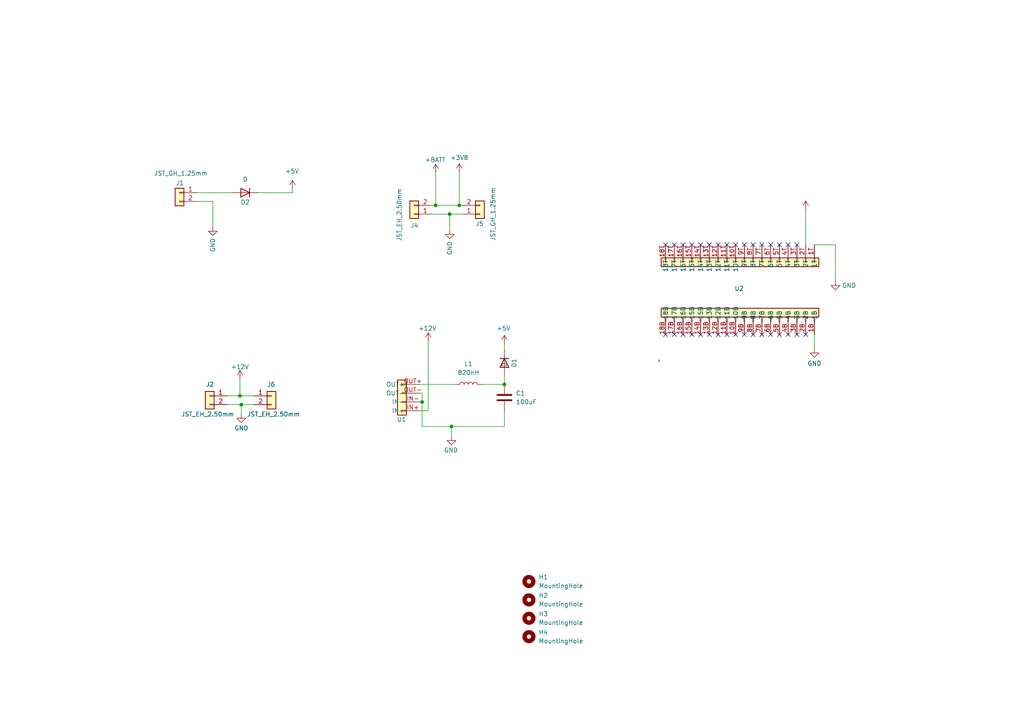
<source format=kicad_sch>
(kicad_sch (version 20230121) (generator eeschema)
  (paper "A4")
  (lib_symbols
    (symbol "Connector_Generic:Conn_01x02" (pin_names (offset 1.016) hide)
      (property "Reference" "J" (at 0 2.54 0))
      (property "Value" "Conn_01x02" (at 0 -5.08 0))
      (symbol "Conn_01x02_1_1"
        (rectangle (start -1.27 -2.413) (end 0 -2.667) (stroke (width 0.1524)))
        (rectangle (start -1.27 0.127) (end 0 -0.127) (stroke (width 0.1524)))
        (rectangle (start -1.27 1.27) (end 1.27 -3.81) (stroke (width 0.254)) (fill (type background)))
        (pin passive line (at -5.08 0 0) (length 3.81) (name "Pin_1") (number "1"))
        (pin passive line (at -5.08 -2.54 0) (length 3.81) (name "Pin_2") (number "2"))
      )
    )
    (symbol "Device:C" (pin_numbers hide) (pin_names (offset 0.254))
      (property "Reference" "C" (at 0.635 2.54 0))
      (property "Value" "C" (at 0.635 -2.54 0))
      (symbol "C_0_1"
        (polyline (pts (xy -2.032 -0.762) (xy 2.032 -0.762)) (stroke (width 0.508)))
        (polyline (pts (xy -2.032 0.762) (xy 2.032 0.762)) (stroke (width 0.508)))
      )
      (symbol "C_1_1"
        (pin passive line (at 0 3.81 270) (length 2.794) (name "~") (number "1"))
        (pin passive line (at 0 -3.81 90) (length 2.794) (name "~") (number "2"))
      )
    )
    (symbol "Device:D" (pin_numbers hide) (pin_names (offset 1.016) hide)
      (property "Reference" "D" (at 0 2.54 0))
      (property "Value" "D" (at 0 -2.54 0))
      (symbol "D_0_1"
        (polyline (pts (xy -1.27 1.27) (xy -1.27 -1.27)) (stroke (width 0.254)))
        (polyline (pts (xy 1.27 0) (xy -1.27 0)))
        (polyline (pts (xy 1.27 1.27) (xy 1.27 -1.27) (xy -1.27 0) (xy 1.27 1.27)) (stroke (width 0.254)))
      )
      (symbol "D_1_1"
        (pin passive line (at -3.81 0 0) (length 2.54) (name "K") (number "1"))
        (pin passive line (at 3.81 0 180) (length 2.54) (name "A") (number "2"))
      )
    )
    (symbol "Device:L" (pin_numbers hide) (pin_names (offset 1.016) hide)
      (property "Reference" "L" (at -1.27 0 90))
      (property "Value" "L" (at 1.905 0 90))
      (symbol "L_0_1"
        (arc (start 0 -2.54) (mid 0.6323 -1.905) (end 0 -1.27))
        (arc (start 0 -1.27) (mid 0.6323 -0.635) (end 0 0))
        (arc (start 0 0) (mid 0.6323 0.635) (end 0 1.27))
        (arc (start 0 1.27) (mid 0.6323 1.905) (end 0 2.54))
      )
      (symbol "L_1_1"
        (pin passive line (at 0 3.81 270) (length 1.27) (name "1") (number "1"))
        (pin passive line (at 0 -3.81 90) (length 1.27) (name "2") (number "2"))
      )
    )
    (symbol "Heltect_LoRa_32_1"
      (property "Reference" "U" (at 0 0 0))
      (symbol "Heltect_LoRa_32_1_1_1"
        (rectangle (start -9.525 38.608) (end -8.255 38.862) (stroke (width 0.1524)))
        (rectangle (start -9.525 43.688) (end -8.255 43.942) (stroke (width 0.1524)))
        (rectangle (start -8.255 3.302) (end -9.525 3.048) (stroke (width 0.1524)))
        (rectangle (start -8.255 5.842) (end -9.525 5.588) (stroke (width 0.1524)))
        (rectangle (start -8.255 8.382) (end -9.525 8.128) (stroke (width 0.1524)))
        (rectangle (start -8.255 10.922) (end -9.525 10.668) (stroke (width 0.1524)))
        (rectangle (start -8.255 13.462) (end -9.525 13.208) (stroke (width 0.1524)))
        (rectangle (start -8.255 16.002) (end -9.525 15.748) (stroke (width 0.1524)))
        (rectangle (start -8.255 18.542) (end -9.525 18.288) (stroke (width 0.1524)))
        (rectangle (start -8.255 21.082) (end -9.525 20.828) (stroke (width 0.1524)))
        (rectangle (start -8.255 23.622) (end -9.525 23.368) (stroke (width 0.1524)))
        (rectangle (start -8.255 26.162) (end -9.525 25.908) (stroke (width 0.1524)))
        (rectangle (start -8.255 28.702) (end -9.525 28.448) (stroke (width 0.1524)))
        (rectangle (start -8.255 31.242) (end -9.525 30.988) (stroke (width 0.1524)))
        (rectangle (start -8.255 33.782) (end -9.525 33.528) (stroke (width 0.1524)))
        (rectangle (start -8.255 36.322) (end -9.525 36.068) (stroke (width 0.1524)))
        (rectangle (start -8.255 41.402) (end -9.525 41.148) (stroke (width 0.1524)))
        (rectangle (start -8.255 46.482) (end -9.525 46.228) (stroke (width 0.1524)))
        (rectangle (start -8.255 47.625) (end -5.715 1.905) (stroke (width 0.254)) (fill (type background)))
        (rectangle (start 7.62 18.542) (end 8.89 18.288) (stroke (width 0.1524)))
        (rectangle (start 8.89 1.905) (end 6.35 47.625) (stroke (width 0.254)) (fill (type background)))
        (rectangle (start 8.89 3.048) (end 7.62 3.302) (stroke (width 0.1524)))
        (rectangle (start 8.89 5.588) (end 7.62 5.842) (stroke (width 0.1524)))
        (rectangle (start 8.89 8.128) (end 7.62 8.382) (stroke (width 0.1524)))
        (rectangle (start 8.89 10.668) (end 7.62 10.922) (stroke (width 0.1524)))
        (rectangle (start 8.89 13.208) (end 7.62 13.462) (stroke (width 0.1524)))
        (rectangle (start 8.89 15.748) (end 7.62 16.002) (stroke (width 0.1524)))
        (rectangle (start 8.89 20.828) (end 7.62 21.082) (stroke (width 0.1524)))
        (rectangle (start 8.89 23.368) (end 7.62 23.622) (stroke (width 0.1524)))
        (rectangle (start 8.89 25.908) (end 7.62 26.162) (stroke (width 0.1524)))
        (rectangle (start 8.89 28.448) (end 7.62 28.702) (stroke (width 0.1524)))
        (rectangle (start 8.89 30.988) (end 7.62 31.242) (stroke (width 0.1524)))
        (rectangle (start 8.89 33.528) (end 7.62 33.782) (stroke (width 0.1524)))
        (rectangle (start 8.89 36.068) (end 7.62 36.322) (stroke (width 0.1524)))
        (rectangle (start 8.89 38.608) (end 7.62 38.862) (stroke (width 0.1524)))
        (rectangle (start 8.89 41.148) (end 7.62 41.402) (stroke (width 0.1524)))
        (rectangle (start 8.89 43.688) (end 7.62 43.942) (stroke (width 0.1524)))
        (rectangle (start 8.89 46.228) (end 7.62 46.482) (stroke (width 0.1524)))
        (pin passive line (at -13.335 26.035 0) (length 3.81) (name "10B") (number "10B"))
        (pin passive line (at 12.7 26.035 180) (length 3.81) (name "10T") (number "10T"))
        (pin passive line (at -13.335 28.575 0) (length 3.81) (name "11B") (number "11B"))
        (pin passive line (at 12.7 28.575 180) (length 3.81) (name "11T") (number "11T"))
        (pin passive line (at -13.335 31.115 0) (length 3.81) (name "12B") (number "12B"))
        (pin passive line (at 12.7 31.115 180) (length 3.81) (name "12T") (number "12T"))
        (pin passive line (at -13.335 33.655 0) (length 3.81) (name "13B") (number "13B"))
        (pin passive line (at 12.7 33.655 180) (length 3.81) (name "13T") (number "13T"))
        (pin passive line (at -13.335 36.195 0) (length 3.81) (name "15B") (number "14B"))
        (pin passive line (at 12.7 36.195 180) (length 3.81) (name "14T") (number "14T"))
        (pin passive line (at -13.335 38.735 0) (length 3.81) (name "15B") (number "15B"))
        (pin passive line (at 12.7 38.735 180) (length 3.81) (name "15T") (number "15T"))
        (pin passive line (at -13.335 41.275 0) (length 3.81) (name "16B") (number "16B"))
        (pin passive line (at 12.7 41.275 180) (length 3.81) (name "16T") (number "16T"))
        (pin passive line (at -13.335 43.815 0) (length 3.81) (name "17B") (number "17B"))
        (pin passive line (at 12.7 43.815 180) (length 3.81) (name "17T") (number "17T"))
        (pin passive line (at -13.335 46.355 0) (length 3.81) (name "18B") (number "18B"))
        (pin passive line (at 12.7 46.355 180) (length 3.81) (name "18T") (number "18T"))
        (pin passive line (at -13.335 3.175 0) (length 3.81) (name "1B") (number "1B"))
        (pin passive line (at 12.7 3.175 180) (length 3.81) (name "1T") (number "1T"))
        (pin passive line (at -13.335 5.715 0) (length 3.81) (name "2B") (number "2B"))
        (pin passive line (at 12.7 5.715 180) (length 3.81) (name "2T") (number "2T"))
        (pin passive line (at -13.335 8.255 0) (length 3.81) (name "3B") (number "3B"))
        (pin passive line (at 12.7 8.255 180) (length 3.81) (name "3T") (number "3T"))
        (pin passive line (at -13.335 10.795 0) (length 3.81) (name "4B") (number "4B"))
        (pin passive line (at 12.7 10.795 180) (length 3.81) (name "4T") (number "4T"))
        (pin passive line (at -13.335 13.335 0) (length 3.81) (name "5B") (number "5B"))
        (pin passive line (at 12.7 13.335 180) (length 3.81) (name "5T") (number "5T"))
        (pin passive line (at -13.335 15.875 0) (length 3.81) (name "6B") (number "6B"))
        (pin passive line (at 12.7 15.875 180) (length 3.81) (name "6T") (number "6T"))
        (pin passive line (at -13.335 18.415 0) (length 3.81) (name "7B") (number "7B"))
        (pin passive line (at 12.7 18.415 180) (length 3.81) (name "7T") (number "7T"))
        (pin passive line (at -13.335 20.955 0) (length 3.81) (name "8B") (number "8B"))
        (pin passive line (at 12.7 20.955 180) (length 3.81) (name "8T") (number "8T"))
        (pin passive line (at -13.335 23.495 0) (length 3.81) (name "9B") (number "9B"))
        (pin passive line (at 12.7 23.495 180) (length 3.81) (name "9T") (number "9T"))
      )
    )
    (symbol "Mechanical:MountingHole" (pin_names (offset 1.016))
      (property "Reference" "H" (at 0 5.08 0))
      (property "Value" "MountingHole" (at 0 3.175 0))
      (symbol "MountingHole_0_1"
        (circle (center 0 0) (radius 1.27) (stroke (width 1.27)))
      )
    )
    (symbol "m0jks:LM2496_DC-DC_HW-411"
      (property "Reference" "U3" (at 4.699 0 0))
      (property "Value" "~" (at 0 0 0))
      (symbol "LM2496_DC-DC_HW-411_1_1"
        (rectangle (start 1.27 -3.683) (end 2.54 -3.937) (stroke (width 0.1524)))
        (rectangle (start 1.27 -1.143) (end 2.54 -1.397) (stroke (width 0.1524)))
        (rectangle (start 1.27 1.397) (end 2.54 1.143) (stroke (width 0.1524)))
        (rectangle (start 1.27 3.937) (end 2.54 3.683) (stroke (width 0.1524)))
        (rectangle (start 1.27 5.08) (end 3.81 -5.08) (stroke (width 0.254)) (fill (type background)))
        (pin passive line (at -2.54 3.81 0) (length 3.81) (name "IN+") (number "IN+"))
        (pin passive line (at -2.54 1.27 0) (length 3.81) (name "IN-") (number "IN-"))
        (pin passive line (at -2.54 -3.81 0) (length 3.81) (name "OUT+") (number "OUT+"))
        (pin passive line (at -2.54 -1.27 0) (length 3.81) (name "OUT-") (number "OUT-"))
      )
    )
    (symbol "power:+12V" (power) (pin_names (offset 0))
      (property "Value" "+12V" (at 0 3.556 0))
      (symbol "+12V_0_1"
        (polyline (pts (xy -0.762 1.27) (xy 0 2.54)))
        (polyline (pts (xy 0 0) (xy 0 2.54)))
        (polyline (pts (xy 0 2.54) (xy 0.762 1.27)))
      )
      (symbol "+12V_1_1"
        (pin power_in line (at 0 0 90) (length 0) hide (name "+12V") (number "1"))
      )
    )
    (symbol "power:+3V8" (power) (pin_names (offset 0))
      (property "Value" "+3V8" (at 0 3.556 0))
      (symbol "+3V8_0_1"
        (polyline (pts (xy -0.762 1.27) (xy 0 2.54)))
        (polyline (pts (xy 0 0) (xy 0 2.54)))
        (polyline (pts (xy 0 2.54) (xy 0.762 1.27)))
      )
      (symbol "+3V8_1_1"
        (pin power_in line (at 0 0 90) (length 0) hide (name "+3V8") (number "1"))
      )
    )
    (symbol "power:+5V" (power) (pin_names (offset 0))
      (property "Value" "+5V" (at 0 3.556 0))
      (symbol "+5V_0_1"
        (polyline (pts (xy -0.762 1.27) (xy 0 2.54)))
        (polyline (pts (xy 0 0) (xy 0 2.54)))
        (polyline (pts (xy 0 2.54) (xy 0.762 1.27)))
      )
      (symbol "+5V_1_1"
        (pin power_in line (at 0 0 90) (length 0) hide (name "+5V") (number "1"))
      )
    )
    (symbol "power:+BATT" (power) (pin_names (offset 0))
      (property "Value" "+BATT" (at 0 3.556 0))
      (symbol "+BATT_0_1"
        (polyline (pts (xy -0.762 1.27) (xy 0 2.54)))
        (polyline (pts (xy 0 0) (xy 0 2.54)))
        (polyline (pts (xy 0 2.54) (xy 0.762 1.27)))
      )
      (symbol "+BATT_1_1"
        (pin power_in line (at 0 0 90) (length 0) hide (name "+BATT") (number "1"))
      )
    )
    (symbol "power:GND" (power) (pin_names (offset 0))
      (property "Value" "GND" (at 0 -3.81 0))
      (symbol "GND_0_1"
        (polyline (pts (xy 0 0) (xy 0 -1.27) (xy 1.27 -1.27) (xy 0 -2.54) (xy -1.27 -1.27) (xy 0 -1.27)))
      )
      (symbol "GND_1_1"
        (pin power_in line (at 0 0 270) (length 0) hide (name "GND") (number "1"))
      )
    )
  )
  (junction (at 130.937 123.698))
  (junction (at 146.304 111.506))
  (junction (at 69.977 117.348))
  (junction (at 122.428 116.586))
  (junction (at 126.365 59.563))
  (junction (at 130.429 62.103))
  (junction (at 69.596 114.808))
  (junction (at 133.223 59.563))
  (no_connect (at 205.74 97.028))
  (no_connect (at 205.74 70.993))
  (no_connect (at 193.04 97.028))
  (no_connect (at 210.82 97.028))
  (no_connect (at 226.06 70.993))
  (no_connect (at 233.68 97.028))
  (no_connect (at 210.82 70.993))
  (no_connect (at 208.28 70.993))
  (no_connect (at 220.98 70.993))
  (no_connect (at 215.9 70.993))
  (no_connect (at 218.44 97.028))
  (no_connect (at 208.28 97.028))
  (no_connect (at 231.14 97.028))
  (no_connect (at 223.52 97.028))
  (no_connect (at 200.66 70.993))
  (no_connect (at 228.6 70.993))
  (no_connect (at 203.2 97.028))
  (no_connect (at 198.12 70.993))
  (no_connect (at 228.6 97.028))
  (no_connect (at 231.14 70.993))
  (no_connect (at 195.58 97.028))
  (no_connect (at 220.98 97.028))
  (no_connect (at 223.52 70.993))
  (no_connect (at 203.2 70.993))
  (no_connect (at 218.44 70.993))
  (no_connect (at 226.06 97.028))
  (no_connect (at 193.04 70.993))
  (no_connect (at 213.36 97.028))
  (no_connect (at 200.66 97.028))
  (no_connect (at 213.36 70.993))
  (no_connect (at 215.9 97.028))
  (no_connect (at 198.12 97.028))
  (no_connect (at 195.58 70.993))
  (wire (pts (xy 126.365 50.165) (xy 126.365 59.563)))
  (wire (pts (xy 84.836 55.88) (xy 84.836 54.864)))
  (wire (pts (xy 124.206 99.06) (xy 124.206 119.126)))
  (wire (pts (xy 69.977 120.015) (xy 69.977 117.348)))
  (wire (pts (xy 69.977 117.348) (xy 65.913 117.348)))
  (wire (pts (xy 242.316 70.993) (xy 236.22 70.993)))
  (wire (pts (xy 139.7 111.506) (xy 146.304 111.506)))
  (wire (pts (xy 121.666 111.506) (xy 132.08 111.506)))
  (wire (pts (xy 125.222 59.563) (xy 126.365 59.563)))
  (wire (pts (xy 57.15 58.42) (xy 61.722 58.42)))
  (wire (pts (xy 146.304 109.093) (xy 146.304 111.506)))
  (wire (pts (xy 146.304 99.822) (xy 146.304 101.473)))
  (wire (pts (xy 69.596 114.808) (xy 65.913 114.808)))
  (wire (pts (xy 73.66 117.348) (xy 69.977 117.348)))
  (wire (pts (xy 122.428 114.046) (xy 121.666 114.046)))
  (wire (pts (xy 130.429 62.103) (xy 134.112 62.103)))
  (wire (pts (xy 242.316 81.534) (xy 242.316 70.993)))
  (wire (pts (xy 61.722 58.42) (xy 61.722 65.786)))
  (wire (pts (xy 122.428 123.698) (xy 122.428 116.586)))
  (wire (pts (xy 146.304 119.126) (xy 146.304 123.698)))
  (wire (pts (xy 69.596 109.982) (xy 69.596 114.808)))
  (wire (pts (xy 130.937 123.698) (xy 122.428 123.698)))
  (wire (pts (xy 130.429 62.103) (xy 130.429 66.675)))
  (wire (pts (xy 133.223 50.038) (xy 133.223 59.563)))
  (wire (pts (xy 233.68 60.833) (xy 233.68 70.993)))
  (wire (pts (xy 236.22 101.092) (xy 236.22 97.028)))
  (wire (pts (xy 122.428 116.586) (xy 121.666 116.586)))
  (wire (pts (xy 133.223 59.563) (xy 134.112 59.563)))
  (wire (pts (xy 146.304 123.698) (xy 130.937 123.698)))
  (wire (pts (xy 125.222 62.103) (xy 130.429 62.103)))
  (wire (pts (xy 69.596 114.808) (xy 73.66 114.808)))
  (wire (pts (xy 57.15 55.88) (xy 67.31 55.88)))
  (wire (pts (xy 126.365 59.563) (xy 133.223 59.563)))
  (wire (pts (xy 122.428 114.046) (xy 122.428 116.586)))
  (wire (pts (xy 130.937 123.698) (xy 130.937 126.492)))
  (wire (pts (xy 121.666 119.126) (xy 124.206 119.126)))
  (wire (pts (xy 74.93 55.88) (xy 84.836 55.88)))
  (symbol (lib_id "Device:D") (at 146.304 105.283 270) (unit 1)
    (property "Reference" "D1" (at 149.098 105.283 0))
    (property "Value" "D" (at 146.304 105.791 0))
    (property "Footprint" "Diode_SMD:D_SOD-123F" (effects hide))
    (property "Sim.Device" "D" (effects hide))
    (property "Sim.Pins" "1=K 2=A" (effects hide))
  )
  (symbol (lib_id "Connector_Generic:Conn_01x02") (at 139.192 62.103 0) (mirror x) (unit 1)
    (property "Reference" "J5" (at 137.922 64.897 0) (effects (justify left)))
    (property "Value" "JST_GH_1.25mm" (at 143.002 54.356 90) (effects (justify left)))
    (property "Footprint" "Connector_JST:JST_GH_SM02B-GHS-TB_1x02-1MP_P1.25mm_Horizontal" (effects hide))
  )
  (symbol (lib_id "Mechanical:MountingHole") (at 153.416 184.658 0) (unit 1)
    (property "Reference" "H4" (at 156.21 183.388 0) (effects (justify left)))
    (property "Value" "MountingHole" (at 156.21 185.928 0) (effects (justify left)))
    (property "Footprint" "MountingHole:MountingHole_3.2mm_M3" (effects hide))
  )
  (symbol (lib_id "m0jks:LM2496_DC-DC_HW-411") (at 119.126 115.316 180) (unit 1)
    (property "Reference" "U1" (at 117.856 121.666 0) (effects (justify left)))
    (property "Value" "~" (at 119.126 115.316 0))
    (property "Footprint" "M0jks:LM2496_DC-DC_HW-411" (effects hide))
  )
  (symbol (lib_id "power:+12V") (at 69.596 109.982 0) (unit 1)
    (property "Reference" "#PWR03" (effects hide))
    (property "Value" "+12V" (at 69.596 106.426 0))
  )
  (symbol (lib_name "Heltect_LoRa_32_1") (lib_id "m0jks:Heltect_LoRa_32") (at 239.395 83.693 90) (unit 1)
    (property "Reference" "U2" (at 214.376 83.693 90))
    (property "Value" "~" (at 191.135 104.648 0))
    (property "Footprint" "M0jks:Heltec_LoRa_WiFi_V3_SMD" (effects hide))
  )
  (symbol (lib_id "power:+BATT") (at 126.365 50.165 0) (unit 1)
    (property "Reference" "#PWR017" (effects hide))
    (property "Value" "+BATT" (at 126.2634 46.355 0))
  )
  (symbol (lib_id "power:GND") (at 69.977 120.015 0) (unit 1)
    (property "Reference" "#PWR04" (effects hide))
    (property "Value" "GND" (at 67.945 124.206 0) (effects (justify left)))
  )
  (symbol (lib_id "Connector_Generic:Conn_01x02") (at 78.74 114.808 0) (unit 1)
    (property "Reference" "J6" (at 77.47 111.506 0) (effects (justify left)))
    (property "Value" "JST_EH_2.50mm" (at 71.628 120.142 0) (effects (justify left)))
    (property "Footprint" "Connector_JST:JST_EH_B2B-EH-A_1x02_P2.50mm_Vertical" (effects hide))
  )
  (symbol (lib_id "power:+12V") (at 124.206 99.06 0) (unit 1)
    (property "Reference" "#PWR05" (effects hide))
    (property "Value" "+12V" (at 123.952 95.25 0))
  )
  (symbol (lib_id "power:+5V") (at 233.68 60.833 0) (mirror y) (unit 1)
    (property "Reference" "#PWR010" (effects hide))
    (property "Value" "+5V" (effects hide))
  )
  (symbol (lib_id "Connector_Generic:Conn_01x02") (at 52.07 55.88 0) (mirror y) (unit 1)
    (property "Reference" "J1" (at 53.34 53.086 0) (effects (justify left)))
    (property "Value" "JST_GH_1.25mm" (at 60.198 50.292 0) (effects (justify left)))
    (property "Footprint" "Connector_JST:JST_PH_B2B-PH-K_1x02_P2.00mm_Vertical" (effects hide))
  )
  (symbol (lib_id "power:GND") (at 130.429 66.675 0) (unit 1)
    (property "Reference" "#PWR021" (effects hide))
    (property "Value" "GND" (at 130.429 72.009 90))
  )
  (symbol (lib_id "Mechanical:MountingHole") (at 153.416 168.656 0) (unit 1)
    (property "Reference" "H1" (at 156.21 167.386 0) (effects (justify left)))
    (property "Value" "MountingHole" (at 156.21 169.926 0) (effects (justify left)))
    (property "Footprint" "MountingHole:MountingHole_3.2mm_M3" (effects hide))
  )
  (symbol (lib_id "power:GND") (at 130.937 126.492 0) (unit 1)
    (property "Reference" "#PWR02" (effects hide))
    (property "Value" "GND" (at 132.842 130.556 0) (effects (justify right)))
  )
  (symbol (lib_id "Device:C") (at 146.304 115.316 0) (unit 1)
    (property "Reference" "C1" (at 149.606 114.046 0) (effects (justify left)))
    (property "Value" "100uF" (at 149.606 116.586 0) (effects (justify left)))
    (property "Footprint" "Capacitor_SMD:C_1210_3225Metric" (effects hide))
  )
  (symbol (lib_id "Device:D") (at 71.12 55.88 180) (unit 1)
    (property "Reference" "D2" (at 71.12 58.674 0))
    (property "Value" "D" (at 71.12 52.07 0))
    (property "Footprint" "Diode_SMD:D_SOD-123F" (effects hide))
    (property "Sim.Device" "D" (effects hide))
    (property "Sim.Pins" "1=K 2=A" (effects hide))
  )
  (symbol (lib_id "power:GND") (at 61.722 65.786 0) (mirror y) (unit 1)
    (property "Reference" "#PWR06" (effects hide))
    (property "Value" "GND" (at 61.722 71.12 90))
  )
  (symbol (lib_id "power:GND") (at 242.316 81.534 0) (unit 1)
    (property "Reference" "#PWR09" (effects hide))
    (property "Value" "GND" (at 244.221 82.804 0) (effects (justify left)))
  )
  (symbol (lib_id "power:+5V") (at 84.836 54.864 0) (unit 1)
    (property "Reference" "#PWR07" (effects hide))
    (property "Value" "+5V" (at 84.709 49.657 0))
  )
  (symbol (lib_id "Device:L") (at 135.89 111.506 90) (unit 1)
    (property "Reference" "L1" (at 135.89 105.537 90))
    (property "Value" "820nH" (at 135.89 108.077 90))
    (property "Footprint" "Capacitor_SMD:C_1210_3225Metric" (effects hide))
  )
  (symbol (lib_id "Connector_Generic:Conn_01x02") (at 120.142 62.103 180) (unit 1)
    (property "Reference" "J4" (at 121.412 65.405 0) (effects (justify left)))
    (property "Value" "JST_EH_2.50mm" (at 115.824 54.61 90) (effects (justify left)))
    (property "Footprint" "Connector_JST:JST_EH_B2B-EH-A_1x02_P2.50mm_Vertical" (effects hide))
  )
  (symbol (lib_id "Mechanical:MountingHole") (at 153.416 173.99 0) (unit 1)
    (property "Reference" "H2" (at 156.21 172.72 0) (effects (justify left)))
    (property "Value" "MountingHole" (at 156.21 175.26 0) (effects (justify left)))
    (property "Footprint" "MountingHole:MountingHole_3.2mm_M3" (effects hide))
  )
  (symbol (lib_id "power:+5V") (at 146.304 99.822 0) (unit 1)
    (property "Reference" "#PWR01" (effects hide))
    (property "Value" "+5V" (at 146.05 95.25 0))
  )
  (symbol (lib_id "Mechanical:MountingHole") (at 153.416 179.324 0) (unit 1)
    (property "Reference" "H3" (at 156.21 178.054 0) (effects (justify left)))
    (property "Value" "MountingHole" (at 156.21 180.594 0) (effects (justify left)))
    (property "Footprint" "MountingHole:MountingHole_3.2mm_M3" (effects hide))
  )
  (symbol (lib_id "power:GND") (at 236.22 101.092 0) (unit 1)
    (property "Reference" "#PWR08" (effects hide))
    (property "Value" "GND" (at 236.22 105.41 0))
  )
  (symbol (lib_id "power:+3V8") (at 133.223 50.038 0) (unit 1)
    (property "Reference" "#PWR020" (effects hide))
    (property "Value" "+3V8" (at 133.223 45.72 0))
  )
  (symbol (lib_id "Connector_Generic:Conn_01x02") (at 60.833 114.808 0) (mirror y) (unit 1)
    (property "Reference" "J2" (at 62.103 111.506 0) (effects (justify left)))
    (property "Value" "JST_EH_2.50mm" (at 67.945 120.142 0) (effects (justify left)))
    (property "Footprint" "Connector_JST:JST_EH_B2B-EH-A_1x02_P2.50mm_Vertical" (effects hide))
  )
)
</source>
